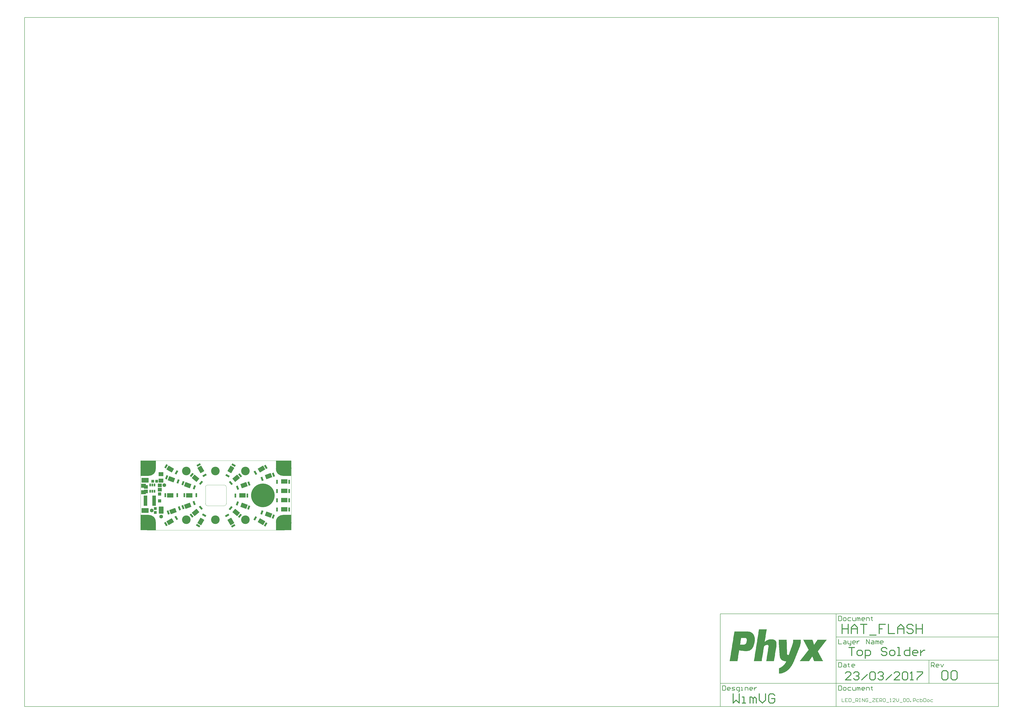
<source format=gts>
G04 Layer_Color=8388736*
%FSLAX25Y25*%
%MOIN*%
G70*
G01*
G75*
%ADD11C,0.01575*%
%ADD12C,0.00787*%
%ADD50C,0.00394*%
%ADD51C,0.00984*%
%ADD56R,0.25984X0.13780*%
%ADD57R,0.13780X0.25984*%
%ADD58R,0.04737X0.05131*%
%ADD59R,0.07887X0.07099*%
%ADD60R,0.05603X0.05721*%
%ADD61R,0.06312X0.17335*%
G04:AMPARAMS|DCode=62|XSize=120.47mil|YSize=81.1mil|CornerRadius=5.12mil|HoleSize=0mil|Usage=FLASHONLY|Rotation=0.000|XOffset=0mil|YOffset=0mil|HoleType=Round|Shape=RoundedRectangle|*
%AMROUNDEDRECTD62*
21,1,0.12047,0.07087,0,0,0.0*
21,1,0.11024,0.08110,0,0,0.0*
1,1,0.01024,0.05512,-0.03543*
1,1,0.01024,-0.05512,-0.03543*
1,1,0.01024,-0.05512,0.03543*
1,1,0.01024,0.05512,0.03543*
%
%ADD62ROUNDEDRECTD62*%
%ADD63R,0.06706X0.05918*%
%ADD64R,0.03162X0.04737*%
G04:AMPARAMS|DCode=65|XSize=120.47mil|YSize=81.1mil|CornerRadius=5.12mil|HoleSize=0mil|Usage=FLASHONLY|Rotation=270.000|XOffset=0mil|YOffset=0mil|HoleType=Round|Shape=RoundedRectangle|*
%AMROUNDEDRECTD65*
21,1,0.12047,0.07087,0,0,270.0*
21,1,0.11024,0.08110,0,0,270.0*
1,1,0.01024,-0.03543,-0.05512*
1,1,0.01024,-0.03543,0.05512*
1,1,0.01024,0.03543,0.05512*
1,1,0.01024,0.03543,-0.05512*
%
%ADD65ROUNDEDRECTD65*%
G04:AMPARAMS|DCode=66|XSize=31.62mil|YSize=67.06mil|CornerRadius=0mil|HoleSize=0mil|Usage=FLASHONLY|Rotation=120.000|XOffset=0mil|YOffset=0mil|HoleType=Round|Shape=Rectangle|*
%AMROTATEDRECTD66*
4,1,4,0.03694,0.00307,-0.02113,-0.03046,-0.03694,-0.00307,0.02113,0.03046,0.03694,0.00307,0.0*
%
%ADD66ROTATEDRECTD66*%

G04:AMPARAMS|DCode=67|XSize=106.42mil|YSize=74.93mil|CornerRadius=0mil|HoleSize=0mil|Usage=FLASHONLY|Rotation=120.000|XOffset=0mil|YOffset=0mil|HoleType=Round|Shape=Rectangle|*
%AMROTATEDRECTD67*
4,1,4,0.05905,-0.02735,-0.00584,-0.06482,-0.05905,0.02735,0.00584,0.06482,0.05905,-0.02735,0.0*
%
%ADD67ROTATEDRECTD67*%

G04:AMPARAMS|DCode=68|XSize=31.62mil|YSize=67.06mil|CornerRadius=0mil|HoleSize=0mil|Usage=FLASHONLY|Rotation=40.000|XOffset=0mil|YOffset=0mil|HoleType=Round|Shape=Rectangle|*
%AMROTATEDRECTD68*
4,1,4,0.00944,-0.03585,-0.03366,0.01552,-0.00944,0.03585,0.03366,-0.01552,0.00944,-0.03585,0.0*
%
%ADD68ROTATEDRECTD68*%

G04:AMPARAMS|DCode=69|XSize=106.42mil|YSize=74.93mil|CornerRadius=0mil|HoleSize=0mil|Usage=FLASHONLY|Rotation=40.000|XOffset=0mil|YOffset=0mil|HoleType=Round|Shape=Rectangle|*
%AMROTATEDRECTD69*
4,1,4,-0.01668,-0.06290,-0.06484,-0.00550,0.01668,0.06290,0.06484,0.00550,-0.01668,-0.06290,0.0*
%
%ADD69ROTATEDRECTD69*%

G04:AMPARAMS|DCode=70|XSize=31.62mil|YSize=67.06mil|CornerRadius=0mil|HoleSize=0mil|Usage=FLASHONLY|Rotation=60.000|XOffset=0mil|YOffset=0mil|HoleType=Round|Shape=Rectangle|*
%AMROTATEDRECTD70*
4,1,4,0.02113,-0.03046,-0.03694,0.00307,-0.02113,0.03046,0.03694,-0.00307,0.02113,-0.03046,0.0*
%
%ADD70ROTATEDRECTD70*%

G04:AMPARAMS|DCode=71|XSize=106.42mil|YSize=74.93mil|CornerRadius=0mil|HoleSize=0mil|Usage=FLASHONLY|Rotation=60.000|XOffset=0mil|YOffset=0mil|HoleType=Round|Shape=Rectangle|*
%AMROTATEDRECTD71*
4,1,4,0.00584,-0.06482,-0.05905,-0.02735,-0.00584,0.06482,0.05905,0.02735,0.00584,-0.06482,0.0*
%
%ADD71ROTATEDRECTD71*%

%ADD72R,0.05131X0.04737*%
%ADD73R,0.03162X0.06706*%
%ADD74R,0.10642X0.07493*%
G04:AMPARAMS|DCode=75|XSize=31.62mil|YSize=67.06mil|CornerRadius=0mil|HoleSize=0mil|Usage=FLASHONLY|Rotation=150.000|XOffset=0mil|YOffset=0mil|HoleType=Round|Shape=Rectangle|*
%AMROTATEDRECTD75*
4,1,4,0.03046,0.02113,-0.00307,-0.03694,-0.03046,-0.02113,0.00307,0.03694,0.03046,0.02113,0.0*
%
%ADD75ROTATEDRECTD75*%

G04:AMPARAMS|DCode=76|XSize=106.42mil|YSize=74.93mil|CornerRadius=0mil|HoleSize=0mil|Usage=FLASHONLY|Rotation=150.000|XOffset=0mil|YOffset=0mil|HoleType=Round|Shape=Rectangle|*
%AMROTATEDRECTD76*
4,1,4,0.06482,0.00584,0.02735,-0.05905,-0.06482,-0.00584,-0.02735,0.05905,0.06482,0.00584,0.0*
%
%ADD76ROTATEDRECTD76*%

G04:AMPARAMS|DCode=77|XSize=31.62mil|YSize=67.06mil|CornerRadius=0mil|HoleSize=0mil|Usage=FLASHONLY|Rotation=30.000|XOffset=0mil|YOffset=0mil|HoleType=Round|Shape=Rectangle|*
%AMROTATEDRECTD77*
4,1,4,0.00307,-0.03694,-0.03046,0.02113,-0.00307,0.03694,0.03046,-0.02113,0.00307,-0.03694,0.0*
%
%ADD77ROTATEDRECTD77*%

G04:AMPARAMS|DCode=78|XSize=106.42mil|YSize=74.93mil|CornerRadius=0mil|HoleSize=0mil|Usage=FLASHONLY|Rotation=30.000|XOffset=0mil|YOffset=0mil|HoleType=Round|Shape=Rectangle|*
%AMROTATEDRECTD78*
4,1,4,-0.02735,-0.05905,-0.06482,0.00584,0.02735,0.05905,0.06482,-0.00584,-0.02735,-0.05905,0.0*
%
%ADD78ROTATEDRECTD78*%

G04:AMPARAMS|DCode=79|XSize=31.62mil|YSize=67.06mil|CornerRadius=0mil|HoleSize=0mil|Usage=FLASHONLY|Rotation=140.000|XOffset=0mil|YOffset=0mil|HoleType=Round|Shape=Rectangle|*
%AMROTATEDRECTD79*
4,1,4,0.03366,0.01552,-0.00944,-0.03585,-0.03366,-0.01552,0.00944,0.03585,0.03366,0.01552,0.0*
%
%ADD79ROTATEDRECTD79*%

G04:AMPARAMS|DCode=80|XSize=106.42mil|YSize=74.93mil|CornerRadius=0mil|HoleSize=0mil|Usage=FLASHONLY|Rotation=140.000|XOffset=0mil|YOffset=0mil|HoleType=Round|Shape=Rectangle|*
%AMROTATEDRECTD80*
4,1,4,0.06484,-0.00550,0.01668,-0.06290,-0.06484,0.00550,-0.01668,0.06290,0.06484,-0.00550,0.0*
%
%ADD80ROTATEDRECTD80*%

G04:AMPARAMS|DCode=81|XSize=31.62mil|YSize=67.06mil|CornerRadius=0mil|HoleSize=0mil|Usage=FLASHONLY|Rotation=160.000|XOffset=0mil|YOffset=0mil|HoleType=Round|Shape=Rectangle|*
%AMROTATEDRECTD81*
4,1,4,0.02632,0.02610,0.00339,-0.03691,-0.02632,-0.02610,-0.00339,0.03691,0.02632,0.02610,0.0*
%
%ADD81ROTATEDRECTD81*%

G04:AMPARAMS|DCode=82|XSize=106.42mil|YSize=74.93mil|CornerRadius=0mil|HoleSize=0mil|Usage=FLASHONLY|Rotation=160.000|XOffset=0mil|YOffset=0mil|HoleType=Round|Shape=Rectangle|*
%AMROTATEDRECTD82*
4,1,4,0.06282,0.01700,0.03719,-0.05341,-0.06282,-0.01700,-0.03719,0.05341,0.06282,0.01700,0.0*
%
%ADD82ROTATEDRECTD82*%

G04:AMPARAMS|DCode=83|XSize=31.62mil|YSize=67.06mil|CornerRadius=0mil|HoleSize=0mil|Usage=FLASHONLY|Rotation=20.000|XOffset=0mil|YOffset=0mil|HoleType=Round|Shape=Rectangle|*
%AMROTATEDRECTD83*
4,1,4,-0.00339,-0.03691,-0.02632,0.02610,0.00339,0.03691,0.02632,-0.02610,-0.00339,-0.03691,0.0*
%
%ADD83ROTATEDRECTD83*%

G04:AMPARAMS|DCode=84|XSize=106.42mil|YSize=74.93mil|CornerRadius=0mil|HoleSize=0mil|Usage=FLASHONLY|Rotation=20.000|XOffset=0mil|YOffset=0mil|HoleType=Round|Shape=Rectangle|*
%AMROTATEDRECTD84*
4,1,4,-0.03719,-0.05341,-0.06282,0.01700,0.03719,0.05341,0.06282,-0.01700,-0.03719,-0.05341,0.0*
%
%ADD84ROTATEDRECTD84*%

G04:AMPARAMS|DCode=85|XSize=31.62mil|YSize=67.06mil|CornerRadius=0mil|HoleSize=0mil|Usage=FLASHONLY|Rotation=160.000|XOffset=0mil|YOffset=0mil|HoleType=Round|Shape=Rectangle|*
%AMROTATEDRECTD85*
4,1,4,0.02632,0.02610,0.00339,-0.03691,-0.02632,-0.02610,-0.00339,0.03691,0.02632,0.02610,0.0*
%
%ADD85ROTATEDRECTD85*%

G04:AMPARAMS|DCode=86|XSize=106.42mil|YSize=74.93mil|CornerRadius=0mil|HoleSize=0mil|Usage=FLASHONLY|Rotation=160.000|XOffset=0mil|YOffset=0mil|HoleType=Round|Shape=Rectangle|*
%AMROTATEDRECTD86*
4,1,4,0.06282,0.01700,0.03719,-0.05341,-0.06282,-0.01700,-0.03719,0.05341,0.06282,0.01700,0.0*
%
%ADD86ROTATEDRECTD86*%

%ADD87R,0.03162X0.06706*%
%ADD88R,0.10642X0.07493*%
%ADD89R,0.03162X0.06706*%
%ADD90R,0.10642X0.07493*%
%ADD91R,0.03162X0.06706*%
%ADD92R,0.10642X0.07493*%
%ADD93C,0.06312*%
%ADD94C,0.24410*%
%ADD95C,0.14567*%
%ADD96C,0.40170*%
G36*
X993127Y-245134D02*
Y-245421D01*
Y-245707D01*
Y-245993D01*
Y-246280D01*
Y-246566D01*
Y-246852D01*
Y-247139D01*
Y-247425D01*
Y-247711D01*
Y-247997D01*
Y-248284D01*
Y-248570D01*
Y-248856D01*
Y-249143D01*
Y-249429D01*
Y-249715D01*
Y-250002D01*
Y-250288D01*
Y-250574D01*
Y-250861D01*
X992840D01*
Y-251147D01*
Y-251433D01*
Y-251719D01*
Y-252006D01*
Y-252292D01*
X992554D01*
Y-252578D01*
Y-252865D01*
Y-253151D01*
Y-253437D01*
X992268D01*
Y-253724D01*
Y-254010D01*
Y-254296D01*
Y-254583D01*
X991982D01*
Y-254869D01*
Y-255155D01*
Y-255442D01*
X991695D01*
Y-255728D01*
Y-256014D01*
Y-256300D01*
X991409D01*
Y-256587D01*
Y-256873D01*
Y-257159D01*
X991123D01*
Y-257446D01*
Y-257732D01*
Y-258018D01*
X990836D01*
Y-258305D01*
Y-258591D01*
X990550D01*
Y-258877D01*
Y-259164D01*
X990264D01*
Y-259450D01*
Y-259736D01*
Y-260023D01*
X989977D01*
Y-260309D01*
Y-260595D01*
X989691D01*
Y-260881D01*
Y-261168D01*
Y-261454D01*
X989405D01*
Y-261740D01*
Y-262027D01*
X989118D01*
Y-262313D01*
Y-262599D01*
Y-262886D01*
X988832D01*
Y-263172D01*
Y-263458D01*
X988546D01*
Y-263745D01*
Y-264031D01*
Y-264317D01*
X988260D01*
Y-264604D01*
Y-264890D01*
X987973D01*
Y-265176D01*
Y-265462D01*
Y-265749D01*
X987687D01*
Y-266035D01*
Y-266321D01*
X987401D01*
Y-266608D01*
Y-266894D01*
Y-267180D01*
X987114D01*
Y-267467D01*
Y-267753D01*
X986828D01*
Y-268039D01*
Y-268326D01*
Y-268612D01*
X986542D01*
Y-268898D01*
Y-269185D01*
X986255D01*
Y-269471D01*
Y-269757D01*
Y-270044D01*
X985969D01*
Y-270330D01*
Y-270616D01*
X985683D01*
Y-270902D01*
Y-271189D01*
Y-271475D01*
X985396D01*
Y-271761D01*
Y-272048D01*
X985110D01*
Y-272334D01*
Y-272620D01*
Y-272907D01*
X984824D01*
Y-273193D01*
Y-273479D01*
X984537D01*
Y-273766D01*
Y-274052D01*
Y-274338D01*
X984251D01*
Y-274624D01*
Y-274911D01*
X983965D01*
Y-275197D01*
Y-275483D01*
Y-275770D01*
X983679D01*
Y-276056D01*
Y-276342D01*
X983392D01*
Y-276629D01*
Y-276915D01*
Y-277201D01*
X983106D01*
Y-277488D01*
Y-277774D01*
X982820D01*
Y-278060D01*
Y-278347D01*
Y-278633D01*
X982533D01*
Y-278919D01*
Y-279206D01*
X982247D01*
Y-279492D01*
Y-279778D01*
Y-280065D01*
X981961D01*
Y-280351D01*
Y-280637D01*
X981674D01*
Y-280923D01*
Y-281210D01*
Y-281496D01*
X981388D01*
Y-281782D01*
Y-282069D01*
X981102D01*
Y-282355D01*
Y-282641D01*
X980815D01*
Y-282928D01*
Y-283214D01*
X980529D01*
Y-283500D01*
Y-283787D01*
Y-284073D01*
X980243D01*
Y-284359D01*
X979957D01*
Y-284646D01*
Y-284932D01*
Y-285218D01*
X979670D01*
Y-285504D01*
X979384D01*
Y-285791D01*
Y-286077D01*
X979097D01*
Y-286363D01*
Y-286650D01*
X978811D01*
Y-286936D01*
Y-287222D01*
X978525D01*
Y-287509D01*
Y-287795D01*
X978239D01*
Y-288081D01*
X977952D01*
Y-288368D01*
Y-288654D01*
X977666D01*
Y-288940D01*
Y-289227D01*
X977380D01*
Y-289513D01*
X977093D01*
Y-289799D01*
X976807D01*
Y-290085D01*
Y-290372D01*
X976521D01*
Y-290658D01*
X976234D01*
Y-290944D01*
Y-291231D01*
X975948D01*
Y-291517D01*
X975662D01*
Y-291803D01*
X975375D01*
Y-292090D01*
Y-292376D01*
X975089D01*
Y-292662D01*
X974803D01*
Y-292949D01*
X974516D01*
Y-293235D01*
X974230D01*
Y-293521D01*
X973944D01*
Y-293808D01*
Y-294094D01*
X973658D01*
Y-294380D01*
X973371D01*
Y-294666D01*
X973085D01*
Y-294953D01*
X972799D01*
Y-295239D01*
X972512D01*
Y-295525D01*
X972226D01*
Y-295812D01*
X971940D01*
Y-296098D01*
X971367D01*
Y-296384D01*
X971081D01*
Y-296671D01*
X970794D01*
Y-296957D01*
X970508D01*
Y-297243D01*
X970222D01*
Y-297530D01*
X969649D01*
Y-297816D01*
X969363D01*
Y-298102D01*
X968790D01*
Y-298389D01*
X968504D01*
Y-298675D01*
X967931D01*
Y-298961D01*
X967645D01*
Y-299248D01*
X967072D01*
Y-299534D01*
X966500D01*
Y-299820D01*
X965927D01*
Y-300106D01*
X965355D01*
Y-300393D01*
X964782D01*
Y-300679D01*
X963923D01*
Y-300965D01*
X963350D01*
Y-301252D01*
X962491D01*
Y-301538D01*
X961346D01*
Y-301824D01*
X960201D01*
Y-302111D01*
X958483D01*
Y-302397D01*
X956479D01*
Y-302683D01*
X956192D01*
Y-302397D01*
Y-302111D01*
Y-301824D01*
Y-301538D01*
Y-301252D01*
Y-300965D01*
Y-300679D01*
Y-300393D01*
Y-300106D01*
Y-299820D01*
Y-299534D01*
Y-299248D01*
Y-298961D01*
Y-298675D01*
Y-298389D01*
Y-298102D01*
Y-297816D01*
Y-297530D01*
Y-297243D01*
Y-296957D01*
Y-296671D01*
Y-296384D01*
Y-296098D01*
Y-295812D01*
Y-295525D01*
Y-295239D01*
Y-294953D01*
Y-294666D01*
Y-294380D01*
Y-294094D01*
Y-293808D01*
Y-293521D01*
Y-293235D01*
X956765D01*
Y-292949D01*
X957338D01*
Y-292662D01*
X957910D01*
Y-292376D01*
X958483D01*
Y-292090D01*
X959056D01*
Y-291803D01*
X959628D01*
Y-291517D01*
X959915D01*
Y-291231D01*
X960487D01*
Y-290944D01*
X960773D01*
Y-290658D01*
X961346D01*
Y-290372D01*
X961632D01*
Y-290085D01*
X961919D01*
Y-289799D01*
X962491D01*
Y-289513D01*
X962778D01*
Y-289227D01*
X963064D01*
Y-288940D01*
X963350D01*
Y-288654D01*
X963637D01*
Y-288368D01*
X963923D01*
Y-288081D01*
X964209D01*
Y-287795D01*
X964496D01*
Y-287509D01*
X964782D01*
Y-287222D01*
X965068D01*
Y-286936D01*
X965355D01*
Y-286650D01*
X965641D01*
Y-286363D01*
Y-286077D01*
X965927D01*
Y-285791D01*
X966213D01*
Y-285504D01*
X966500D01*
Y-285218D01*
Y-284932D01*
X966786D01*
Y-284646D01*
X967072D01*
Y-284359D01*
Y-284073D01*
X967359D01*
Y-283787D01*
Y-283500D01*
X967645D01*
Y-283214D01*
X967931D01*
Y-282928D01*
Y-282641D01*
X968218D01*
Y-282355D01*
Y-282069D01*
X968504D01*
Y-281782D01*
Y-281496D01*
X966786D01*
Y-281210D01*
X964782D01*
Y-280923D01*
X963637D01*
Y-280637D01*
X963064D01*
Y-280351D01*
X962205D01*
Y-280065D01*
X961632D01*
Y-279778D01*
X961346D01*
Y-279492D01*
X960773D01*
Y-279206D01*
X960487D01*
Y-278919D01*
X960201D01*
Y-278633D01*
X959915D01*
Y-278347D01*
X959628D01*
Y-278060D01*
X959342D01*
Y-277774D01*
Y-277488D01*
X959056D01*
Y-277201D01*
X958769D01*
Y-276915D01*
Y-276629D01*
X958483D01*
Y-276342D01*
Y-276056D01*
X958197D01*
Y-275770D01*
Y-275483D01*
X957910D01*
Y-275197D01*
Y-274911D01*
Y-274624D01*
X957624D01*
Y-274338D01*
Y-274052D01*
Y-273766D01*
Y-273479D01*
X957338D01*
Y-273193D01*
Y-272907D01*
Y-272620D01*
Y-272334D01*
Y-272048D01*
Y-271761D01*
Y-271475D01*
X957051D01*
Y-271189D01*
Y-270902D01*
Y-270616D01*
Y-270330D01*
Y-270044D01*
Y-269757D01*
Y-269471D01*
Y-269185D01*
Y-268898D01*
Y-268612D01*
Y-268326D01*
Y-268039D01*
Y-267753D01*
Y-267467D01*
Y-267180D01*
X956765D01*
Y-266894D01*
Y-266608D01*
Y-266321D01*
Y-266035D01*
Y-265749D01*
Y-265462D01*
Y-265176D01*
Y-264890D01*
Y-264604D01*
Y-264317D01*
Y-264031D01*
Y-263745D01*
Y-263458D01*
Y-263172D01*
Y-262886D01*
X956479D01*
Y-262599D01*
Y-262313D01*
Y-262027D01*
Y-261740D01*
Y-261454D01*
Y-261168D01*
Y-260881D01*
Y-260595D01*
Y-260309D01*
Y-260023D01*
Y-259736D01*
Y-259450D01*
Y-259164D01*
Y-258877D01*
Y-258591D01*
Y-258305D01*
X956192D01*
Y-258018D01*
Y-257732D01*
Y-257446D01*
Y-257159D01*
Y-256873D01*
Y-256587D01*
Y-256300D01*
Y-256014D01*
Y-255728D01*
Y-255442D01*
Y-255155D01*
Y-254869D01*
Y-254583D01*
Y-254296D01*
Y-254010D01*
Y-253724D01*
X955906D01*
Y-253437D01*
Y-253151D01*
Y-252865D01*
Y-252578D01*
Y-252292D01*
Y-252006D01*
Y-251719D01*
Y-251433D01*
Y-251147D01*
Y-250861D01*
Y-250574D01*
Y-250288D01*
Y-250002D01*
Y-249715D01*
X955620D01*
Y-249429D01*
Y-249143D01*
Y-248856D01*
Y-248570D01*
Y-248284D01*
Y-247997D01*
Y-247711D01*
Y-247425D01*
Y-247139D01*
Y-246852D01*
Y-246566D01*
Y-246280D01*
Y-245993D01*
Y-245707D01*
Y-245421D01*
Y-245134D01*
X955334D01*
Y-244848D01*
X969077D01*
Y-245134D01*
Y-245421D01*
Y-245707D01*
Y-245993D01*
Y-246280D01*
Y-246566D01*
Y-246852D01*
Y-247139D01*
Y-247425D01*
Y-247711D01*
Y-247997D01*
Y-248284D01*
Y-248570D01*
Y-248856D01*
X969363D01*
Y-249143D01*
Y-249429D01*
Y-249715D01*
Y-250002D01*
Y-250288D01*
Y-250574D01*
Y-250861D01*
Y-251147D01*
Y-251433D01*
Y-251719D01*
Y-252006D01*
Y-252292D01*
Y-252578D01*
Y-252865D01*
Y-253151D01*
Y-253437D01*
Y-253724D01*
Y-254010D01*
Y-254296D01*
Y-254583D01*
Y-254869D01*
Y-255155D01*
Y-255442D01*
Y-255728D01*
Y-256014D01*
Y-256300D01*
Y-256587D01*
Y-256873D01*
Y-257159D01*
Y-257446D01*
Y-257732D01*
Y-258018D01*
Y-258305D01*
Y-258591D01*
Y-258877D01*
Y-259164D01*
Y-259450D01*
Y-259736D01*
Y-260023D01*
Y-260309D01*
Y-260595D01*
X969649D01*
Y-260881D01*
X969363D01*
Y-261168D01*
Y-261454D01*
X969649D01*
Y-261740D01*
Y-262027D01*
Y-262313D01*
Y-262599D01*
Y-262886D01*
Y-263172D01*
Y-263458D01*
Y-263745D01*
Y-264031D01*
Y-264317D01*
Y-264604D01*
Y-264890D01*
Y-265176D01*
Y-265462D01*
Y-265749D01*
Y-266035D01*
Y-266321D01*
Y-266608D01*
Y-266894D01*
Y-267180D01*
Y-267467D01*
Y-267753D01*
Y-268039D01*
Y-268326D01*
Y-268612D01*
Y-268898D01*
X969936D01*
Y-269185D01*
Y-269471D01*
Y-269757D01*
X970222D01*
Y-270044D01*
X970508D01*
Y-270330D01*
X970794D01*
Y-270616D01*
X971653D01*
Y-270902D01*
X972512D01*
Y-270616D01*
X972799D01*
Y-270330D01*
Y-270044D01*
Y-269757D01*
X973085D01*
Y-269471D01*
Y-269185D01*
X973371D01*
Y-268898D01*
Y-268612D01*
Y-268326D01*
X973658D01*
Y-268039D01*
Y-267753D01*
Y-267467D01*
X973944D01*
Y-267180D01*
Y-266894D01*
Y-266608D01*
X974230D01*
Y-266321D01*
Y-266035D01*
Y-265749D01*
X974516D01*
Y-265462D01*
Y-265176D01*
X974803D01*
Y-264890D01*
Y-264604D01*
Y-264317D01*
X975089D01*
Y-264031D01*
Y-263745D01*
Y-263458D01*
X975375D01*
Y-263172D01*
Y-262886D01*
Y-262599D01*
X975662D01*
Y-262313D01*
Y-262027D01*
X975948D01*
Y-261740D01*
Y-261454D01*
Y-261168D01*
X976234D01*
Y-260881D01*
Y-260595D01*
Y-260309D01*
X976521D01*
Y-260023D01*
Y-259736D01*
Y-259450D01*
X976807D01*
Y-259164D01*
Y-258877D01*
X977093D01*
Y-258591D01*
Y-258305D01*
Y-258018D01*
X977380D01*
Y-257732D01*
Y-257446D01*
Y-257159D01*
X977666D01*
Y-256873D01*
Y-256587D01*
Y-256300D01*
X977952D01*
Y-256014D01*
Y-255728D01*
X978239D01*
Y-255442D01*
Y-255155D01*
Y-254869D01*
X978525D01*
Y-254583D01*
Y-254296D01*
Y-254010D01*
X978811D01*
Y-253724D01*
Y-253437D01*
Y-253151D01*
X979097D01*
Y-252865D01*
Y-252578D01*
Y-252292D01*
Y-252006D01*
X979384D01*
Y-251719D01*
Y-251433D01*
Y-251147D01*
Y-250861D01*
X979670D01*
Y-250574D01*
Y-250288D01*
Y-250002D01*
Y-249715D01*
Y-249429D01*
X979957D01*
Y-249143D01*
Y-248856D01*
Y-248570D01*
Y-248284D01*
Y-247997D01*
Y-247711D01*
X980243D01*
Y-247425D01*
Y-247139D01*
Y-246852D01*
Y-246566D01*
Y-246280D01*
Y-245993D01*
Y-245707D01*
Y-245421D01*
Y-245134D01*
Y-244848D01*
X993127D01*
Y-245134D01*
D02*
G37*
G36*
X935292Y-227669D02*
Y-227956D01*
X935005D01*
Y-228242D01*
Y-228528D01*
Y-228815D01*
Y-229101D01*
Y-229387D01*
Y-229673D01*
X934719D01*
Y-229960D01*
Y-230246D01*
Y-230532D01*
Y-230819D01*
Y-231105D01*
Y-231391D01*
X934433D01*
Y-231678D01*
Y-231964D01*
Y-232250D01*
Y-232537D01*
Y-232823D01*
Y-233109D01*
Y-233396D01*
X934146D01*
Y-233682D01*
Y-233968D01*
Y-234254D01*
Y-234541D01*
Y-234827D01*
Y-235113D01*
X933860D01*
Y-235400D01*
Y-235686D01*
Y-235972D01*
Y-236259D01*
Y-236545D01*
Y-236831D01*
X933574D01*
Y-237118D01*
Y-237404D01*
Y-237690D01*
Y-237977D01*
Y-238263D01*
Y-238549D01*
Y-238835D01*
X933288D01*
Y-239122D01*
Y-239408D01*
Y-239694D01*
Y-239981D01*
Y-240267D01*
Y-240553D01*
X933001D01*
Y-240840D01*
Y-241126D01*
Y-241412D01*
Y-241699D01*
Y-241985D01*
Y-242271D01*
X932715D01*
Y-242558D01*
Y-242844D01*
Y-243130D01*
Y-243416D01*
Y-243703D01*
Y-243989D01*
X932428D01*
Y-244275D01*
Y-244562D01*
Y-244848D01*
Y-245134D01*
Y-245421D01*
Y-245707D01*
Y-245993D01*
X932142D01*
Y-246280D01*
Y-246566D01*
Y-246852D01*
Y-247139D01*
Y-247425D01*
Y-247711D01*
X931856D01*
Y-247997D01*
Y-248284D01*
X932428D01*
Y-247997D01*
X932715D01*
Y-247711D01*
X933001D01*
Y-247425D01*
X933574D01*
Y-247139D01*
X933860D01*
Y-246852D01*
X934146D01*
Y-246566D01*
X934719D01*
Y-246280D01*
X935292D01*
Y-245993D01*
X935578D01*
Y-245707D01*
X936151D01*
Y-245421D01*
X937010D01*
Y-245134D01*
X937582D01*
Y-244848D01*
X938441D01*
Y-244562D01*
X939873D01*
Y-244275D01*
X946171D01*
Y-244562D01*
X947317D01*
Y-244848D01*
X948176D01*
Y-245134D01*
X948748D01*
Y-245421D01*
X949035D01*
Y-245707D01*
X949607D01*
Y-245993D01*
X949894D01*
Y-246280D01*
X950180D01*
Y-246566D01*
X950466D01*
Y-246852D01*
X950753D01*
Y-247139D01*
Y-247425D01*
X951039D01*
Y-247711D01*
Y-247997D01*
X951325D01*
Y-248284D01*
Y-248570D01*
Y-248856D01*
X951612D01*
Y-249143D01*
Y-249429D01*
Y-249715D01*
Y-250002D01*
X951898D01*
Y-250288D01*
Y-250574D01*
Y-250861D01*
Y-251147D01*
Y-251433D01*
Y-251719D01*
Y-252006D01*
Y-252292D01*
Y-252578D01*
Y-252865D01*
Y-253151D01*
Y-253437D01*
Y-253724D01*
Y-254010D01*
Y-254296D01*
Y-254583D01*
Y-254869D01*
Y-255155D01*
X951612D01*
Y-255442D01*
Y-255728D01*
Y-256014D01*
Y-256300D01*
Y-256587D01*
Y-256873D01*
Y-257159D01*
X951325D01*
Y-257446D01*
Y-257732D01*
Y-258018D01*
Y-258305D01*
Y-258591D01*
Y-258877D01*
Y-259164D01*
X951039D01*
Y-259450D01*
Y-259736D01*
Y-260023D01*
Y-260309D01*
Y-260595D01*
Y-260881D01*
X950753D01*
Y-261168D01*
Y-261454D01*
Y-261740D01*
Y-262027D01*
Y-262313D01*
Y-262599D01*
X950466D01*
Y-262886D01*
Y-263172D01*
Y-263458D01*
Y-263745D01*
Y-264031D01*
Y-264317D01*
X950180D01*
Y-264604D01*
Y-264890D01*
Y-265176D01*
Y-265462D01*
Y-265749D01*
Y-266035D01*
Y-266321D01*
X949894D01*
Y-266608D01*
Y-266894D01*
Y-267180D01*
Y-267467D01*
Y-267753D01*
Y-268039D01*
X949607D01*
Y-268326D01*
Y-268612D01*
Y-268898D01*
Y-269185D01*
Y-269471D01*
Y-269757D01*
X949321D01*
Y-270044D01*
Y-270330D01*
Y-270616D01*
Y-270902D01*
Y-271189D01*
Y-271475D01*
Y-271761D01*
X949035D01*
Y-272048D01*
Y-272334D01*
Y-272620D01*
Y-272907D01*
Y-273193D01*
Y-273479D01*
X948748D01*
Y-273766D01*
Y-274052D01*
Y-274338D01*
Y-274624D01*
Y-274911D01*
Y-275197D01*
X948462D01*
Y-275483D01*
Y-275770D01*
Y-276056D01*
Y-276342D01*
Y-276629D01*
Y-276915D01*
X948176D01*
Y-277201D01*
Y-277488D01*
Y-277774D01*
Y-278060D01*
Y-278347D01*
Y-278633D01*
Y-278919D01*
X947889D01*
Y-279206D01*
Y-279492D01*
Y-279778D01*
Y-280065D01*
Y-280351D01*
Y-280637D01*
X947603D01*
Y-280923D01*
Y-281210D01*
X934433D01*
Y-280923D01*
Y-280637D01*
X934719D01*
Y-280351D01*
Y-280065D01*
Y-279778D01*
Y-279492D01*
Y-279206D01*
Y-278919D01*
X935005D01*
Y-278633D01*
Y-278347D01*
Y-278060D01*
Y-277774D01*
Y-277488D01*
Y-277201D01*
Y-276915D01*
X935292D01*
Y-276629D01*
Y-276342D01*
Y-276056D01*
Y-275770D01*
Y-275483D01*
Y-275197D01*
X935578D01*
Y-274911D01*
Y-274624D01*
Y-274338D01*
Y-274052D01*
Y-273766D01*
Y-273479D01*
X935864D01*
Y-273193D01*
Y-272907D01*
Y-272620D01*
Y-272334D01*
Y-272048D01*
Y-271761D01*
Y-271475D01*
X936151D01*
Y-271189D01*
Y-270902D01*
Y-270616D01*
Y-270330D01*
Y-270044D01*
Y-269757D01*
X936437D01*
Y-269471D01*
Y-269185D01*
Y-268898D01*
Y-268612D01*
Y-268326D01*
Y-268039D01*
Y-267753D01*
X936723D01*
Y-267467D01*
Y-267180D01*
Y-266894D01*
Y-266608D01*
Y-266321D01*
Y-266035D01*
X937010D01*
Y-265749D01*
Y-265462D01*
Y-265176D01*
Y-264890D01*
Y-264604D01*
Y-264317D01*
X937296D01*
Y-264031D01*
Y-263745D01*
Y-263458D01*
Y-263172D01*
Y-262886D01*
Y-262599D01*
X937582D01*
Y-262313D01*
Y-262027D01*
Y-261740D01*
Y-261454D01*
Y-261168D01*
Y-260881D01*
Y-260595D01*
X937868D01*
Y-260309D01*
Y-260023D01*
Y-259736D01*
Y-259450D01*
Y-259164D01*
Y-258877D01*
X938155D01*
Y-258591D01*
Y-258305D01*
Y-258018D01*
Y-257732D01*
Y-257446D01*
Y-257159D01*
Y-256873D01*
X938441D01*
Y-256587D01*
Y-256300D01*
Y-256014D01*
Y-255728D01*
Y-255442D01*
Y-255155D01*
X938155D01*
Y-254869D01*
Y-254583D01*
X937868D01*
Y-254296D01*
X937582D01*
Y-254010D01*
X937010D01*
Y-253724D01*
X935292D01*
Y-254010D01*
X933860D01*
Y-254296D01*
X933001D01*
Y-254583D01*
X932428D01*
Y-254869D01*
X932142D01*
Y-255155D01*
X931570D01*
Y-255442D01*
X931283D01*
Y-255728D01*
X930997D01*
Y-256014D01*
Y-256300D01*
X930711D01*
Y-256587D01*
Y-256873D01*
Y-257159D01*
X930424D01*
Y-257446D01*
Y-257732D01*
Y-258018D01*
Y-258305D01*
Y-258591D01*
Y-258877D01*
X930138D01*
Y-259164D01*
Y-259450D01*
Y-259736D01*
Y-260023D01*
Y-260309D01*
Y-260595D01*
Y-260881D01*
X929852D01*
Y-261168D01*
Y-261454D01*
Y-261740D01*
Y-262027D01*
Y-262313D01*
Y-262599D01*
X929565D01*
Y-262886D01*
Y-263172D01*
Y-263458D01*
Y-263745D01*
Y-264031D01*
Y-264317D01*
X929279D01*
Y-264604D01*
Y-264890D01*
Y-265176D01*
Y-265462D01*
Y-265749D01*
Y-266035D01*
X928993D01*
Y-266321D01*
Y-266608D01*
Y-266894D01*
Y-267180D01*
Y-267467D01*
Y-267753D01*
Y-268039D01*
X928706D01*
Y-268326D01*
Y-268612D01*
Y-268898D01*
Y-269185D01*
Y-269471D01*
Y-269757D01*
X928420D01*
Y-270044D01*
Y-270330D01*
Y-270616D01*
Y-270902D01*
Y-271189D01*
Y-271475D01*
X928134D01*
Y-271761D01*
Y-272048D01*
Y-272334D01*
Y-272620D01*
Y-272907D01*
Y-273193D01*
Y-273479D01*
X927847D01*
Y-273766D01*
Y-274052D01*
Y-274338D01*
Y-274624D01*
Y-274911D01*
Y-275197D01*
X927561D01*
Y-275483D01*
Y-275770D01*
Y-276056D01*
Y-276342D01*
Y-276629D01*
Y-276915D01*
X927275D01*
Y-277201D01*
Y-277488D01*
Y-277774D01*
Y-278060D01*
Y-278347D01*
Y-278633D01*
X926989D01*
Y-278919D01*
Y-279206D01*
Y-279492D01*
Y-279778D01*
Y-280065D01*
Y-280351D01*
Y-280637D01*
X926702D01*
Y-280923D01*
Y-281210D01*
X913532D01*
Y-280923D01*
Y-280637D01*
X913818D01*
Y-280351D01*
Y-280065D01*
Y-279778D01*
Y-279492D01*
Y-279206D01*
Y-278919D01*
Y-278633D01*
X914104D01*
Y-278347D01*
Y-278060D01*
Y-277774D01*
Y-277488D01*
Y-277201D01*
Y-276915D01*
X914391D01*
Y-276629D01*
Y-276342D01*
Y-276056D01*
Y-275770D01*
Y-275483D01*
Y-275197D01*
X914677D01*
Y-274911D01*
Y-274624D01*
Y-274338D01*
Y-274052D01*
Y-273766D01*
Y-273479D01*
Y-273193D01*
X914963D01*
Y-272907D01*
Y-272620D01*
Y-272334D01*
Y-272048D01*
Y-271761D01*
Y-271475D01*
X915250D01*
Y-271189D01*
Y-270902D01*
Y-270616D01*
Y-270330D01*
Y-270044D01*
Y-269757D01*
X915536D01*
Y-269471D01*
Y-269185D01*
Y-268898D01*
Y-268612D01*
Y-268326D01*
Y-268039D01*
X915822D01*
Y-267753D01*
Y-267467D01*
Y-267180D01*
Y-266894D01*
Y-266608D01*
Y-266321D01*
Y-266035D01*
X916109D01*
Y-265749D01*
Y-265462D01*
Y-265176D01*
Y-264890D01*
Y-264604D01*
Y-264317D01*
X916395D01*
Y-264031D01*
Y-263745D01*
Y-263458D01*
Y-263172D01*
Y-262886D01*
Y-262599D01*
X916681D01*
Y-262313D01*
Y-262027D01*
Y-261740D01*
Y-261454D01*
Y-261168D01*
Y-260881D01*
Y-260595D01*
X916968D01*
Y-260309D01*
Y-260023D01*
Y-259736D01*
Y-259450D01*
Y-259164D01*
Y-258877D01*
X917254D01*
Y-258591D01*
Y-258305D01*
Y-258018D01*
Y-257732D01*
Y-257446D01*
Y-257159D01*
X917540D01*
Y-256873D01*
Y-256587D01*
Y-256300D01*
Y-256014D01*
Y-255728D01*
Y-255442D01*
X917827D01*
Y-255155D01*
Y-254869D01*
Y-254583D01*
Y-254296D01*
Y-254010D01*
Y-253724D01*
Y-253437D01*
X918113D01*
Y-253151D01*
Y-252865D01*
Y-252578D01*
Y-252292D01*
Y-252006D01*
Y-251719D01*
X918399D01*
Y-251433D01*
Y-251147D01*
Y-250861D01*
Y-250574D01*
Y-250288D01*
Y-250002D01*
X918686D01*
Y-249715D01*
Y-249429D01*
Y-249143D01*
Y-248856D01*
Y-248570D01*
Y-248284D01*
X918972D01*
Y-247997D01*
Y-247711D01*
Y-247425D01*
Y-247139D01*
Y-246852D01*
Y-246566D01*
Y-246280D01*
X919258D01*
Y-245993D01*
Y-245707D01*
Y-245421D01*
Y-245134D01*
Y-244848D01*
Y-244562D01*
X919544D01*
Y-244275D01*
Y-243989D01*
Y-243703D01*
Y-243416D01*
Y-243130D01*
Y-242844D01*
X919831D01*
Y-242558D01*
Y-242271D01*
Y-241985D01*
Y-241699D01*
Y-241412D01*
Y-241126D01*
Y-240840D01*
X920117D01*
Y-240553D01*
Y-240267D01*
Y-239981D01*
Y-239694D01*
Y-239408D01*
Y-239122D01*
X920403D01*
Y-238835D01*
Y-238549D01*
Y-238263D01*
Y-237977D01*
Y-237690D01*
Y-237404D01*
X920690D01*
Y-237118D01*
Y-236831D01*
Y-236545D01*
Y-236259D01*
Y-235972D01*
Y-235686D01*
X920976D01*
Y-235400D01*
Y-235113D01*
Y-234827D01*
Y-234541D01*
Y-234254D01*
Y-233968D01*
Y-233682D01*
X921262D01*
Y-233396D01*
Y-233109D01*
Y-232823D01*
Y-232537D01*
Y-232250D01*
Y-231964D01*
X921549D01*
Y-231678D01*
Y-231391D01*
Y-231105D01*
Y-230819D01*
Y-230532D01*
Y-230246D01*
X921835D01*
Y-229960D01*
Y-229673D01*
Y-229387D01*
Y-229101D01*
Y-228815D01*
Y-228528D01*
Y-228242D01*
X922121D01*
Y-227956D01*
Y-227669D01*
Y-227383D01*
X935292D01*
Y-227669D01*
D02*
G37*
G36*
X904084Y-231105D02*
X905801D01*
Y-231391D01*
X906660D01*
Y-231678D01*
X907519D01*
Y-231964D01*
X908378D01*
Y-232250D01*
X908951D01*
Y-232537D01*
X909237D01*
Y-232823D01*
X909810D01*
Y-233109D01*
X910096D01*
Y-233396D01*
X910669D01*
Y-233682D01*
X910955D01*
Y-233968D01*
X911241D01*
Y-234254D01*
X911528D01*
Y-234541D01*
X911814D01*
Y-234827D01*
X912100D01*
Y-235113D01*
X912387D01*
Y-235400D01*
Y-235686D01*
X912673D01*
Y-235972D01*
X912959D01*
Y-236259D01*
Y-236545D01*
X913246D01*
Y-236831D01*
X913532D01*
Y-237118D01*
Y-237404D01*
X913818D01*
Y-237690D01*
Y-237977D01*
Y-238263D01*
X914104D01*
Y-238549D01*
Y-238835D01*
Y-239122D01*
X914391D01*
Y-239408D01*
Y-239694D01*
Y-239981D01*
Y-240267D01*
X914677D01*
Y-240553D01*
Y-240840D01*
Y-241126D01*
Y-241412D01*
Y-241699D01*
X914963D01*
Y-241985D01*
Y-242271D01*
Y-242558D01*
Y-242844D01*
Y-243130D01*
Y-243416D01*
Y-243703D01*
Y-243989D01*
Y-244275D01*
Y-244562D01*
Y-244848D01*
Y-245134D01*
Y-245421D01*
Y-245707D01*
Y-245993D01*
Y-246280D01*
Y-246566D01*
Y-246852D01*
Y-247139D01*
Y-247425D01*
X914677D01*
Y-247711D01*
Y-247997D01*
Y-248284D01*
Y-248570D01*
Y-248856D01*
Y-249143D01*
Y-249429D01*
X914391D01*
Y-249715D01*
Y-250002D01*
Y-250288D01*
Y-250574D01*
Y-250861D01*
X914104D01*
Y-251147D01*
Y-251433D01*
Y-251719D01*
Y-252006D01*
Y-252292D01*
X913818D01*
Y-252578D01*
Y-252865D01*
Y-253151D01*
X913532D01*
Y-253437D01*
Y-253724D01*
Y-254010D01*
Y-254296D01*
X913246D01*
Y-254583D01*
Y-254869D01*
Y-255155D01*
X912959D01*
Y-255442D01*
Y-255728D01*
X912673D01*
Y-256014D01*
Y-256300D01*
Y-256587D01*
X912387D01*
Y-256873D01*
Y-257159D01*
X912100D01*
Y-257446D01*
Y-257732D01*
X911814D01*
Y-258018D01*
Y-258305D01*
X911528D01*
Y-258591D01*
X911241D01*
Y-258877D01*
Y-259164D01*
X910955D01*
Y-259450D01*
X910669D01*
Y-259736D01*
X910382D01*
Y-260023D01*
Y-260309D01*
X910096D01*
Y-260595D01*
X909810D01*
Y-260881D01*
X909523D01*
Y-261168D01*
X909237D01*
Y-261454D01*
X908951D01*
Y-261740D01*
X908378D01*
Y-262027D01*
X908092D01*
Y-262313D01*
X907519D01*
Y-262599D01*
X907233D01*
Y-262886D01*
X906660D01*
Y-263172D01*
X905801D01*
Y-263458D01*
X904943D01*
Y-263745D01*
X904084D01*
Y-264031D01*
X902366D01*
Y-264317D01*
X897212D01*
Y-264031D01*
X894635D01*
Y-263745D01*
X892631D01*
Y-263458D01*
X891199D01*
Y-263172D01*
X889768D01*
Y-262886D01*
X888336D01*
Y-263172D01*
Y-263458D01*
Y-263745D01*
Y-264031D01*
Y-264317D01*
Y-264604D01*
Y-264890D01*
X888050D01*
Y-265176D01*
Y-265462D01*
Y-265749D01*
Y-266035D01*
Y-266321D01*
Y-266608D01*
X887764D01*
Y-266894D01*
Y-267180D01*
Y-267467D01*
Y-267753D01*
Y-268039D01*
Y-268326D01*
X887477D01*
Y-268612D01*
Y-268898D01*
Y-269185D01*
Y-269471D01*
Y-269757D01*
Y-270044D01*
Y-270330D01*
X887191D01*
Y-270616D01*
Y-270902D01*
Y-271189D01*
Y-271475D01*
Y-271761D01*
Y-272048D01*
X886905D01*
Y-272334D01*
Y-272620D01*
Y-272907D01*
Y-273193D01*
Y-273479D01*
Y-273766D01*
X886619D01*
Y-274052D01*
Y-274338D01*
Y-274624D01*
Y-274911D01*
Y-275197D01*
Y-275483D01*
Y-275770D01*
X886332D01*
Y-276056D01*
Y-276342D01*
Y-276629D01*
Y-276915D01*
Y-277201D01*
Y-277488D01*
X886046D01*
Y-277774D01*
Y-278060D01*
Y-278347D01*
Y-278633D01*
Y-278919D01*
Y-279206D01*
X885760D01*
Y-279492D01*
Y-279778D01*
Y-280065D01*
Y-280351D01*
Y-280637D01*
Y-280923D01*
Y-281210D01*
X872303D01*
Y-280923D01*
X872589D01*
Y-280637D01*
Y-280351D01*
Y-280065D01*
Y-279778D01*
Y-279492D01*
X872875D01*
Y-279206D01*
Y-278919D01*
Y-278633D01*
Y-278347D01*
Y-278060D01*
Y-277774D01*
Y-277488D01*
X873162D01*
Y-277201D01*
Y-276915D01*
Y-276629D01*
Y-276342D01*
Y-276056D01*
Y-275770D01*
X873448D01*
Y-275483D01*
Y-275197D01*
Y-274911D01*
Y-274624D01*
Y-274338D01*
Y-274052D01*
X873734D01*
Y-273766D01*
Y-273479D01*
Y-273193D01*
Y-272907D01*
Y-272620D01*
Y-272334D01*
Y-272048D01*
X874021D01*
Y-271761D01*
Y-271475D01*
Y-271189D01*
Y-270902D01*
Y-270616D01*
Y-270330D01*
X874307D01*
Y-270044D01*
Y-269757D01*
Y-269471D01*
Y-269185D01*
Y-268898D01*
Y-268612D01*
X874593D01*
Y-268326D01*
Y-268039D01*
Y-267753D01*
Y-267467D01*
Y-267180D01*
Y-266894D01*
X874880D01*
Y-266608D01*
Y-266321D01*
Y-266035D01*
Y-265749D01*
Y-265462D01*
Y-265176D01*
Y-264890D01*
X875166D01*
Y-264604D01*
Y-264317D01*
Y-264031D01*
Y-263745D01*
Y-263458D01*
Y-263172D01*
X875452D01*
Y-262886D01*
Y-262599D01*
Y-262313D01*
Y-262027D01*
Y-261740D01*
Y-261454D01*
X875739D01*
Y-261168D01*
Y-260881D01*
Y-260595D01*
Y-260309D01*
Y-260023D01*
Y-259736D01*
X876025D01*
Y-259450D01*
Y-259164D01*
Y-258877D01*
Y-258591D01*
Y-258305D01*
Y-258018D01*
Y-257732D01*
X876311D01*
Y-257446D01*
Y-257159D01*
Y-256873D01*
Y-256587D01*
Y-256300D01*
Y-256014D01*
X876597D01*
Y-255728D01*
Y-255442D01*
Y-255155D01*
Y-254869D01*
Y-254583D01*
Y-254296D01*
X876884D01*
Y-254010D01*
Y-253724D01*
Y-253437D01*
Y-253151D01*
Y-252865D01*
Y-252578D01*
Y-252292D01*
X877170D01*
Y-252006D01*
Y-251719D01*
Y-251433D01*
Y-251147D01*
Y-250861D01*
Y-250574D01*
X877456D01*
Y-250288D01*
Y-250002D01*
Y-249715D01*
Y-249429D01*
Y-249143D01*
Y-248856D01*
X877743D01*
Y-248570D01*
Y-248284D01*
Y-247997D01*
Y-247711D01*
Y-247425D01*
Y-247139D01*
X878029D01*
Y-246852D01*
Y-246566D01*
Y-246280D01*
Y-245993D01*
Y-245707D01*
Y-245421D01*
Y-245134D01*
X878315D01*
Y-244848D01*
Y-244562D01*
Y-244275D01*
Y-243989D01*
Y-243703D01*
Y-243416D01*
X878602D01*
Y-243130D01*
Y-242844D01*
Y-242558D01*
Y-242271D01*
Y-241985D01*
Y-241699D01*
X878888D01*
Y-241412D01*
Y-241126D01*
Y-240840D01*
Y-240553D01*
Y-240267D01*
Y-239981D01*
Y-239694D01*
X879174D01*
Y-239408D01*
Y-239122D01*
Y-238835D01*
Y-238549D01*
Y-238263D01*
Y-237977D01*
X879461D01*
Y-237690D01*
Y-237404D01*
Y-237118D01*
Y-236831D01*
Y-236545D01*
Y-236259D01*
X879747D01*
Y-235972D01*
Y-235686D01*
Y-235400D01*
Y-235113D01*
Y-234827D01*
Y-234541D01*
Y-234254D01*
X880033D01*
Y-233968D01*
Y-233682D01*
Y-233396D01*
Y-233109D01*
Y-232823D01*
Y-232537D01*
X880320D01*
Y-232250D01*
Y-231964D01*
Y-231678D01*
Y-231391D01*
Y-231105D01*
Y-230819D01*
X904084D01*
Y-231105D01*
D02*
G37*
G36*
X1037219Y-245134D02*
X1036933D01*
Y-245421D01*
X1036646D01*
Y-245707D01*
Y-245993D01*
X1036360D01*
Y-246280D01*
X1036074D01*
Y-246566D01*
X1035787D01*
Y-246852D01*
Y-247139D01*
X1035501D01*
Y-247425D01*
X1035215D01*
Y-247711D01*
X1034929D01*
Y-247997D01*
X1034642D01*
Y-248284D01*
Y-248570D01*
X1034356D01*
Y-248856D01*
X1034070D01*
Y-249143D01*
X1033783D01*
Y-249429D01*
Y-249715D01*
X1033497D01*
Y-250002D01*
X1033211D01*
Y-250288D01*
X1032924D01*
Y-250574D01*
X1032638D01*
Y-250861D01*
Y-251147D01*
X1032352D01*
Y-251433D01*
X1032065D01*
Y-251719D01*
X1031779D01*
Y-252006D01*
Y-252292D01*
X1031493D01*
Y-252578D01*
X1031207D01*
Y-252865D01*
X1030920D01*
Y-253151D01*
Y-253437D01*
X1030634D01*
Y-253724D01*
X1030348D01*
Y-254010D01*
X1030061D01*
Y-254296D01*
X1029775D01*
Y-254583D01*
Y-254869D01*
X1029489D01*
Y-255155D01*
X1029202D01*
Y-255442D01*
X1028916D01*
Y-255728D01*
Y-256014D01*
X1028630D01*
Y-256300D01*
X1028343D01*
Y-256587D01*
X1028057D01*
Y-256873D01*
Y-257159D01*
X1027771D01*
Y-257446D01*
X1027484D01*
Y-257732D01*
X1027198D01*
Y-258018D01*
X1026912D01*
Y-258305D01*
Y-258591D01*
X1026625D01*
Y-258877D01*
X1026339D01*
Y-259164D01*
X1026053D01*
Y-259450D01*
Y-259736D01*
X1025766D01*
Y-260023D01*
X1025480D01*
Y-260309D01*
X1025194D01*
Y-260595D01*
Y-260881D01*
X1024908D01*
Y-261168D01*
X1024621D01*
Y-261454D01*
X1024335D01*
Y-261740D01*
X1024049D01*
Y-262027D01*
Y-262313D01*
X1023762D01*
Y-262599D01*
X1023476D01*
Y-262886D01*
X1023190D01*
Y-263172D01*
Y-263458D01*
X1022903D01*
Y-263745D01*
X1022617D01*
Y-264031D01*
X1022331D01*
Y-264317D01*
X1022044D01*
Y-264604D01*
Y-264890D01*
X1022331D01*
Y-265176D01*
Y-265462D01*
X1022617D01*
Y-265749D01*
Y-266035D01*
X1022903D01*
Y-266321D01*
X1023190D01*
Y-266608D01*
Y-266894D01*
X1023476D01*
Y-267180D01*
Y-267467D01*
X1023762D01*
Y-267753D01*
Y-268039D01*
X1024049D01*
Y-268326D01*
Y-268612D01*
X1024335D01*
Y-268898D01*
Y-269185D01*
X1024621D01*
Y-269471D01*
Y-269757D01*
X1024908D01*
Y-270044D01*
Y-270330D01*
X1025194D01*
Y-270616D01*
Y-270902D01*
X1025480D01*
Y-271189D01*
X1025766D01*
Y-271475D01*
Y-271761D01*
X1026053D01*
Y-272048D01*
Y-272334D01*
X1026339D01*
Y-272620D01*
Y-272907D01*
X1026625D01*
Y-273193D01*
Y-273479D01*
X1026912D01*
Y-273766D01*
Y-274052D01*
X1027198D01*
Y-274338D01*
Y-274624D01*
X1027484D01*
Y-274911D01*
Y-275197D01*
X1027771D01*
Y-275483D01*
X1028057D01*
Y-275770D01*
Y-276056D01*
X1028343D01*
Y-276342D01*
Y-276629D01*
X1028630D01*
Y-276915D01*
Y-277201D01*
X1028916D01*
Y-277488D01*
Y-277774D01*
X1029202D01*
Y-278060D01*
Y-278347D01*
X1029489D01*
Y-278633D01*
Y-278919D01*
X1029775D01*
Y-279206D01*
Y-279492D01*
X1030061D01*
Y-279778D01*
X1030348D01*
Y-280065D01*
Y-280351D01*
X1030634D01*
Y-280637D01*
Y-280923D01*
X1030920D01*
Y-281210D01*
X1015746D01*
Y-280923D01*
X1015459D01*
Y-280637D01*
Y-280351D01*
Y-280065D01*
X1015173D01*
Y-279778D01*
Y-279492D01*
Y-279206D01*
X1014887D01*
Y-278919D01*
Y-278633D01*
X1014600D01*
Y-278347D01*
Y-278060D01*
Y-277774D01*
X1014314D01*
Y-277488D01*
Y-277201D01*
Y-276915D01*
X1014028D01*
Y-276629D01*
Y-276342D01*
X1013741D01*
Y-276056D01*
Y-275770D01*
Y-275483D01*
X1013455D01*
Y-275197D01*
Y-274911D01*
Y-274624D01*
X1013169D01*
Y-274338D01*
Y-274052D01*
Y-273766D01*
X1012882D01*
Y-273479D01*
X1012310D01*
Y-273766D01*
Y-274052D01*
X1012024D01*
Y-274338D01*
X1011737D01*
Y-274624D01*
Y-274911D01*
X1011451D01*
Y-275197D01*
X1011165D01*
Y-275483D01*
Y-275770D01*
X1010878D01*
Y-276056D01*
X1010592D01*
Y-276342D01*
Y-276629D01*
X1010306D01*
Y-276915D01*
X1010019D01*
Y-277201D01*
X1009733D01*
Y-277488D01*
Y-277774D01*
X1009447D01*
Y-278060D01*
X1009160D01*
Y-278347D01*
Y-278633D01*
X1008874D01*
Y-278919D01*
X1008588D01*
Y-279206D01*
Y-279492D01*
X1008301D01*
Y-279778D01*
X1008015D01*
Y-280065D01*
Y-280351D01*
X1007729D01*
Y-280637D01*
X1007442D01*
Y-280923D01*
Y-281210D01*
X991409D01*
Y-280923D01*
X991695D01*
Y-280637D01*
X991982D01*
Y-280351D01*
X992268D01*
Y-280065D01*
X992554D01*
Y-279778D01*
Y-279492D01*
X992840D01*
Y-279206D01*
X993127D01*
Y-278919D01*
X993413D01*
Y-278633D01*
X993699D01*
Y-278347D01*
Y-278060D01*
X993986D01*
Y-277774D01*
X994272D01*
Y-277488D01*
X994558D01*
Y-277201D01*
Y-276915D01*
X994845D01*
Y-276629D01*
X995131D01*
Y-276342D01*
X995417D01*
Y-276056D01*
X995704D01*
Y-275770D01*
Y-275483D01*
X995990D01*
Y-275197D01*
X996276D01*
Y-274911D01*
X996563D01*
Y-274624D01*
X996849D01*
Y-274338D01*
Y-274052D01*
X997135D01*
Y-273766D01*
X997421D01*
Y-273479D01*
X997708D01*
Y-273193D01*
Y-272907D01*
X997994D01*
Y-272620D01*
X998281D01*
Y-272334D01*
X998567D01*
Y-272048D01*
X998853D01*
Y-271761D01*
Y-271475D01*
X999139D01*
Y-271189D01*
X999426D01*
Y-270902D01*
X999712D01*
Y-270616D01*
Y-270330D01*
X999998D01*
Y-270044D01*
X1000285D01*
Y-269757D01*
X1000571D01*
Y-269471D01*
X1000857D01*
Y-269185D01*
Y-268898D01*
X1001144D01*
Y-268612D01*
X1001430D01*
Y-268326D01*
X1001716D01*
Y-268039D01*
Y-267753D01*
X1002003D01*
Y-267467D01*
X1002289D01*
Y-267180D01*
X1002575D01*
Y-266894D01*
X1002861D01*
Y-266608D01*
Y-266321D01*
X1003148D01*
Y-266035D01*
X1003434D01*
Y-265749D01*
X1003720D01*
Y-265462D01*
X1004007D01*
Y-265176D01*
Y-264890D01*
X1004293D01*
Y-264604D01*
X1004579D01*
Y-264317D01*
X1004866D01*
Y-264031D01*
Y-263745D01*
X1005152D01*
Y-263458D01*
X1005438D01*
Y-263172D01*
X1005725D01*
Y-262886D01*
X1006011D01*
Y-262599D01*
Y-262313D01*
X1006297D01*
Y-262027D01*
Y-261740D01*
Y-261454D01*
X1006011D01*
Y-261168D01*
X1005725D01*
Y-260881D01*
Y-260595D01*
X1005438D01*
Y-260309D01*
Y-260023D01*
X1005152D01*
Y-259736D01*
Y-259450D01*
X1004866D01*
Y-259164D01*
Y-258877D01*
X1004579D01*
Y-258591D01*
Y-258305D01*
X1004293D01*
Y-258018D01*
Y-257732D01*
X1004007D01*
Y-257446D01*
X1003720D01*
Y-257159D01*
Y-256873D01*
X1003434D01*
Y-256587D01*
Y-256300D01*
X1003148D01*
Y-256014D01*
Y-255728D01*
X1002861D01*
Y-255442D01*
Y-255155D01*
X1002575D01*
Y-254869D01*
Y-254583D01*
X1002289D01*
Y-254296D01*
Y-254010D01*
X1002003D01*
Y-253724D01*
X1001716D01*
Y-253437D01*
Y-253151D01*
X1001430D01*
Y-252865D01*
Y-252578D01*
X1001144D01*
Y-252292D01*
Y-252006D01*
X1000857D01*
Y-251719D01*
Y-251433D01*
X1000571D01*
Y-251147D01*
Y-250861D01*
X1000285D01*
Y-250574D01*
Y-250288D01*
X999998D01*
Y-250002D01*
Y-249715D01*
X999712D01*
Y-249429D01*
X999426D01*
Y-249143D01*
Y-248856D01*
X999139D01*
Y-248570D01*
Y-248284D01*
X998853D01*
Y-247997D01*
Y-247711D01*
X998567D01*
Y-247425D01*
Y-247139D01*
X998281D01*
Y-246852D01*
Y-246566D01*
X997994D01*
Y-246280D01*
Y-245993D01*
X997708D01*
Y-245707D01*
X997421D01*
Y-245421D01*
Y-245134D01*
X997135D01*
Y-244848D01*
X1012882D01*
Y-245134D01*
X1013169D01*
Y-245421D01*
Y-245707D01*
Y-245993D01*
X1013455D01*
Y-246280D01*
Y-246566D01*
Y-246852D01*
X1013741D01*
Y-247139D01*
Y-247425D01*
Y-247711D01*
X1014028D01*
Y-247997D01*
Y-248284D01*
Y-248570D01*
X1014314D01*
Y-248856D01*
Y-249143D01*
Y-249429D01*
X1014600D01*
Y-249715D01*
Y-250002D01*
Y-250288D01*
X1014887D01*
Y-250574D01*
Y-250861D01*
Y-251147D01*
X1015173D01*
Y-251433D01*
Y-251719D01*
Y-252006D01*
X1015459D01*
Y-252292D01*
Y-252578D01*
Y-252865D01*
Y-253151D01*
X1016032D01*
Y-252865D01*
X1016318D01*
Y-252578D01*
X1016605D01*
Y-252292D01*
Y-252006D01*
X1016891D01*
Y-251719D01*
X1017177D01*
Y-251433D01*
Y-251147D01*
X1017463D01*
Y-250861D01*
X1017750D01*
Y-250574D01*
Y-250288D01*
X1018036D01*
Y-250002D01*
X1018322D01*
Y-249715D01*
Y-249429D01*
X1018609D01*
Y-249143D01*
X1018895D01*
Y-248856D01*
Y-248570D01*
X1019181D01*
Y-248284D01*
X1019468D01*
Y-247997D01*
Y-247711D01*
X1019754D01*
Y-247425D01*
X1020040D01*
Y-247139D01*
Y-246852D01*
X1020327D01*
Y-246566D01*
X1020613D01*
Y-246280D01*
Y-245993D01*
X1020899D01*
Y-245707D01*
X1021185D01*
Y-245421D01*
Y-245134D01*
X1021472D01*
Y-244848D01*
X1037219D01*
Y-245134D01*
D02*
G37*
%LPC*%
G36*
X899789Y-241985D02*
X891772D01*
Y-242271D01*
Y-242558D01*
Y-242844D01*
Y-243130D01*
Y-243416D01*
X891486D01*
Y-243703D01*
Y-243989D01*
Y-244275D01*
Y-244562D01*
Y-244848D01*
Y-245134D01*
X891199D01*
Y-245421D01*
Y-245707D01*
Y-245993D01*
Y-246280D01*
Y-246566D01*
Y-246852D01*
X890913D01*
Y-247139D01*
Y-247425D01*
Y-247711D01*
Y-247997D01*
Y-248284D01*
Y-248570D01*
X890627D01*
Y-248856D01*
Y-249143D01*
Y-249429D01*
Y-249715D01*
Y-250002D01*
Y-250288D01*
Y-250574D01*
X890341D01*
Y-250861D01*
Y-251147D01*
Y-251433D01*
Y-251719D01*
Y-252006D01*
Y-252292D01*
X890054D01*
Y-252578D01*
Y-252865D01*
Y-253151D01*
X897212D01*
Y-252865D01*
X898357D01*
Y-252578D01*
X898930D01*
Y-252292D01*
X899216D01*
Y-252006D01*
X899502D01*
Y-251719D01*
X899789D01*
Y-251433D01*
X900075D01*
Y-251147D01*
Y-250861D01*
X900362D01*
Y-250574D01*
Y-250288D01*
X900648D01*
Y-250002D01*
Y-249715D01*
X900934D01*
Y-249429D01*
Y-249143D01*
Y-248856D01*
Y-248570D01*
X901220D01*
Y-248284D01*
Y-247997D01*
Y-247711D01*
Y-247425D01*
Y-247139D01*
X901507D01*
Y-246852D01*
Y-246566D01*
Y-246280D01*
Y-245993D01*
Y-245707D01*
Y-245421D01*
Y-245134D01*
Y-244848D01*
Y-244562D01*
Y-244275D01*
Y-243989D01*
X901220D01*
Y-243703D01*
Y-243416D01*
X900934D01*
Y-243130D01*
Y-242844D01*
X900648D01*
Y-242558D01*
X900362D01*
Y-242271D01*
X899789D01*
Y-241985D01*
D02*
G37*
%LPD*%
D11*
X1074803Y-257878D02*
X1083986D01*
X1079395D01*
Y-271654D01*
X1090874D02*
X1095466D01*
X1097762Y-269358D01*
Y-264766D01*
X1095466Y-262470D01*
X1090874D01*
X1088578Y-264766D01*
Y-269358D01*
X1090874Y-271654D01*
X1102353Y-276245D02*
Y-262470D01*
X1109241D01*
X1111537Y-264766D01*
Y-269358D01*
X1109241Y-271654D01*
X1102353D01*
X1139087Y-260174D02*
X1136791Y-257878D01*
X1132199D01*
X1129904Y-260174D01*
Y-262470D01*
X1132199Y-264766D01*
X1136791D01*
X1139087Y-267062D01*
Y-269358D01*
X1136791Y-271654D01*
X1132199D01*
X1129904Y-269358D01*
X1145974Y-271654D02*
X1150566D01*
X1152862Y-269358D01*
Y-264766D01*
X1150566Y-262470D01*
X1145974D01*
X1143679Y-264766D01*
Y-269358D01*
X1145974Y-271654D01*
X1157454D02*
X1162045D01*
X1159750D01*
Y-257878D01*
X1157454D01*
X1178116D02*
Y-271654D01*
X1171229D01*
X1168933Y-269358D01*
Y-264766D01*
X1171229Y-262470D01*
X1178116D01*
X1189596Y-271654D02*
X1185004D01*
X1182708Y-269358D01*
Y-264766D01*
X1185004Y-262470D01*
X1189596D01*
X1191891Y-264766D01*
Y-267062D01*
X1182708D01*
X1196483Y-262470D02*
Y-271654D01*
Y-267062D01*
X1198779Y-264766D01*
X1201075Y-262470D01*
X1203371D01*
X877953Y-336619D02*
Y-352362D01*
X883200Y-347115D01*
X888448Y-352362D01*
Y-336619D01*
X893696Y-352362D02*
X898943D01*
X896319D01*
Y-341867D01*
X893696D01*
X906815Y-352362D02*
Y-341867D01*
X909439D01*
X912062Y-344491D01*
Y-352362D01*
Y-344491D01*
X914686Y-341867D01*
X917310Y-344491D01*
Y-352362D01*
X922558Y-336619D02*
Y-347115D01*
X927805Y-352362D01*
X933053Y-347115D01*
Y-336619D01*
X948796Y-339243D02*
X946172Y-336619D01*
X940924D01*
X938301Y-339243D01*
Y-349738D01*
X940924Y-352362D01*
X946172D01*
X948796Y-349738D01*
Y-344491D01*
X943548D01*
X1232283Y-299873D02*
X1234907Y-297249D01*
X1240155D01*
X1242779Y-299873D01*
Y-310368D01*
X1240155Y-312992D01*
X1234907D01*
X1232283Y-310368D01*
Y-299873D01*
X1248026D02*
X1250650Y-297249D01*
X1255898D01*
X1258522Y-299873D01*
Y-310368D01*
X1255898Y-312992D01*
X1250650D01*
X1248026Y-310368D01*
Y-299873D01*
X1078081Y-312992D02*
X1068898D01*
X1078081Y-303809D01*
Y-301513D01*
X1075785Y-299217D01*
X1071194D01*
X1068898Y-301513D01*
X1082673D02*
X1084969Y-299217D01*
X1089560D01*
X1091856Y-301513D01*
Y-303809D01*
X1089560Y-306105D01*
X1087264D01*
X1089560D01*
X1091856Y-308400D01*
Y-310696D01*
X1089560Y-312992D01*
X1084969D01*
X1082673Y-310696D01*
X1096448Y-312992D02*
X1105631Y-303809D01*
X1110223Y-301513D02*
X1112519Y-299217D01*
X1117110D01*
X1119406Y-301513D01*
Y-310696D01*
X1117110Y-312992D01*
X1112519D01*
X1110223Y-310696D01*
Y-301513D01*
X1123998D02*
X1126294Y-299217D01*
X1130886D01*
X1133181Y-301513D01*
Y-303809D01*
X1130886Y-306105D01*
X1128590D01*
X1130886D01*
X1133181Y-308400D01*
Y-310696D01*
X1130886Y-312992D01*
X1126294D01*
X1123998Y-310696D01*
X1137773Y-312992D02*
X1146956Y-303809D01*
X1160732Y-312992D02*
X1151548D01*
X1160732Y-303809D01*
Y-301513D01*
X1158436Y-299217D01*
X1153844D01*
X1151548Y-301513D01*
X1165323D02*
X1167619Y-299217D01*
X1172211D01*
X1174507Y-301513D01*
Y-310696D01*
X1172211Y-312992D01*
X1167619D01*
X1165323Y-310696D01*
Y-301513D01*
X1179098Y-312992D02*
X1183690D01*
X1181394D01*
Y-299217D01*
X1179098Y-301513D01*
X1190578Y-299217D02*
X1199761D01*
Y-301513D01*
X1190578Y-310696D01*
Y-312992D01*
X1062992Y-218509D02*
Y-234252D01*
Y-226380D01*
X1073487D01*
Y-218509D01*
Y-234252D01*
X1078735D02*
Y-223757D01*
X1083983Y-218509D01*
X1089230Y-223757D01*
Y-234252D01*
Y-226380D01*
X1078735D01*
X1094478Y-218509D02*
X1104973D01*
X1099726D01*
Y-234252D01*
X1110221Y-236876D02*
X1120716D01*
X1136459Y-218509D02*
X1125964D01*
Y-226380D01*
X1131211D01*
X1125964D01*
Y-234252D01*
X1141707Y-218509D02*
Y-234252D01*
X1152202D01*
X1157450D02*
Y-223757D01*
X1162697Y-218509D01*
X1167945Y-223757D01*
Y-234252D01*
Y-226380D01*
X1157450D01*
X1183688Y-221133D02*
X1181064Y-218509D01*
X1175817D01*
X1173193Y-221133D01*
Y-223757D01*
X1175817Y-226380D01*
X1181064D01*
X1183688Y-229004D01*
Y-231628D01*
X1181064Y-234252D01*
X1175817D01*
X1173193Y-231628D01*
X1188936Y-218509D02*
Y-234252D01*
Y-226380D01*
X1199431D01*
Y-218509D01*
Y-234252D01*
D12*
X1210630Y-318898D02*
Y-279528D01*
X1053150Y-240158D02*
X1328740D01*
X1053150Y-279528D02*
X1328740D01*
X856299Y-318898D02*
X1328740D01*
X856299Y-200787D02*
X1328740D01*
X856299Y-358268D02*
Y-200787D01*
X1053150Y-358268D02*
Y-200787D01*
X-324803Y811024D02*
X1328740D01*
Y-358268D02*
Y811024D01*
X-324803Y-358268D02*
Y811024D01*
Y-358268D02*
X1328740D01*
X1062992Y-344490D02*
Y-350394D01*
X1066928D01*
X1072832Y-344490D02*
X1068896D01*
Y-350394D01*
X1072832D01*
X1068896Y-347442D02*
X1070864D01*
X1074799Y-344490D02*
Y-350394D01*
X1077751D01*
X1078735Y-349410D01*
Y-345474D01*
X1077751Y-344490D01*
X1074799D01*
X1080703Y-351378D02*
X1084639D01*
X1086607Y-350394D02*
Y-344490D01*
X1089558D01*
X1090542Y-345474D01*
Y-347442D01*
X1089558Y-348426D01*
X1086607D01*
X1088574D02*
X1090542Y-350394D01*
X1092510Y-344490D02*
X1094478D01*
X1093494D01*
Y-350394D01*
X1092510D01*
X1094478D01*
X1097430D02*
Y-344490D01*
X1101365Y-350394D01*
Y-344490D01*
X1107269Y-345474D02*
X1106285Y-344490D01*
X1104317D01*
X1103333Y-345474D01*
Y-349410D01*
X1104317Y-350394D01*
X1106285D01*
X1107269Y-349410D01*
Y-347442D01*
X1105301D01*
X1109237Y-351378D02*
X1113173D01*
X1115141Y-344490D02*
X1119076D01*
Y-345474D01*
X1115141Y-349410D01*
Y-350394D01*
X1119076D01*
X1124980Y-344490D02*
X1121044D01*
Y-350394D01*
X1124980D01*
X1121044Y-347442D02*
X1123012D01*
X1126948Y-350394D02*
Y-344490D01*
X1129900D01*
X1130884Y-345474D01*
Y-347442D01*
X1129900Y-348426D01*
X1126948D01*
X1128916D02*
X1130884Y-350394D01*
X1135803Y-344490D02*
X1133835D01*
X1132851Y-345474D01*
Y-349410D01*
X1133835Y-350394D01*
X1135803D01*
X1136787Y-349410D01*
Y-345474D01*
X1135803Y-344490D01*
X1138755Y-351378D02*
X1142691D01*
X1144659Y-350394D02*
X1146626D01*
X1145642D01*
Y-344490D01*
X1144659Y-345474D01*
X1153514Y-350394D02*
X1149578D01*
X1153514Y-346458D01*
Y-345474D01*
X1152530Y-344490D01*
X1150562D01*
X1149578Y-345474D01*
X1155482Y-344490D02*
Y-348426D01*
X1157450Y-350394D01*
X1159418Y-348426D01*
Y-344490D01*
X1161386Y-351378D02*
X1165321D01*
X1167289Y-345474D02*
X1168273Y-344490D01*
X1170241D01*
X1171225Y-345474D01*
Y-349410D01*
X1170241Y-350394D01*
X1168273D01*
X1167289Y-349410D01*
Y-345474D01*
X1173193D02*
X1174177Y-344490D01*
X1176145D01*
X1177128Y-345474D01*
Y-349410D01*
X1176145Y-350394D01*
X1174177D01*
X1173193Y-349410D01*
Y-345474D01*
X1179096Y-350394D02*
Y-349410D01*
X1180080D01*
Y-350394D01*
X1179096D01*
X1184016D02*
Y-344490D01*
X1186968D01*
X1187952Y-345474D01*
Y-347442D01*
X1186968Y-348426D01*
X1184016D01*
X1193855Y-346458D02*
X1190903D01*
X1189919Y-347442D01*
Y-349410D01*
X1190903Y-350394D01*
X1193855D01*
X1195823Y-344490D02*
Y-350394D01*
X1198775D01*
X1199759Y-349410D01*
Y-348426D01*
Y-347442D01*
X1198775Y-346458D01*
X1195823D01*
X1201727Y-344490D02*
Y-350394D01*
X1204679D01*
X1205663Y-349410D01*
Y-345474D01*
X1204679Y-344490D01*
X1201727D01*
X1208614Y-350394D02*
X1210582D01*
X1211566Y-349410D01*
Y-347442D01*
X1210582Y-346458D01*
X1208614D01*
X1207630Y-347442D01*
Y-349410D01*
X1208614Y-350394D01*
X1217470Y-346458D02*
X1214518D01*
X1213534Y-347442D01*
Y-349410D01*
X1214518Y-350394D01*
X1217470D01*
D50*
X127953Y47244D02*
G03*
X116142Y59055I-11811J0D01*
G01*
X-116142D02*
G03*
X-127953Y47244I0J-11811D01*
G01*
Y-47244D02*
G03*
X-116142Y-59055I11811J0D01*
G01*
X116142D02*
G03*
X127953Y-47244I0J11811D01*
G01*
X-13780Y17717D02*
G03*
X-17717Y13780I0J-3937D01*
G01*
X17717D02*
G03*
X13780Y17717I-3937J0D01*
G01*
Y-17717D02*
G03*
X17717Y-13780I0J3937D01*
G01*
X-17717D02*
G03*
X-13780Y-17717I3937J0D01*
G01*
X99606Y0D02*
G03*
X99606Y0I-19685J0D01*
G01*
X-127953Y-47244D02*
Y47244D01*
X-116142Y59055D02*
X116142D01*
X127953Y-47244D02*
Y47244D01*
X-116142Y-59055D02*
X116142D01*
X-17717Y-13780D02*
Y13780D01*
X-13780Y-17717D02*
X13780D01*
X17717Y-13780D02*
Y13780D01*
X-13780Y17717D02*
X13780D01*
D51*
X1214567Y-291339D02*
Y-283467D01*
X1218503D01*
X1219815Y-284779D01*
Y-287403D01*
X1218503Y-288715D01*
X1214567D01*
X1217191D02*
X1219815Y-291339D01*
X1226374D02*
X1223750D01*
X1222438Y-290027D01*
Y-287403D01*
X1223750Y-286091D01*
X1226374D01*
X1227686Y-287403D01*
Y-288715D01*
X1222438D01*
X1230310Y-286091D02*
X1232934Y-291339D01*
X1235557Y-286091D01*
X860236Y-322837D02*
Y-330709D01*
X864172D01*
X865484Y-329397D01*
Y-324149D01*
X864172Y-322837D01*
X860236D01*
X872043Y-330709D02*
X869420D01*
X868108Y-329397D01*
Y-326773D01*
X869420Y-325461D01*
X872043D01*
X873355Y-326773D01*
Y-328085D01*
X868108D01*
X875979Y-330709D02*
X879915D01*
X881227Y-329397D01*
X879915Y-328085D01*
X877291D01*
X875979Y-326773D01*
X877291Y-325461D01*
X881227D01*
X886475Y-333332D02*
X887786D01*
X889098Y-332021D01*
Y-325461D01*
X885163D01*
X883851Y-326773D01*
Y-329397D01*
X885163Y-330709D01*
X889098D01*
X891722D02*
X894346D01*
X893034D01*
Y-325461D01*
X891722D01*
X898282Y-330709D02*
Y-325461D01*
X902217D01*
X903529Y-326773D01*
Y-330709D01*
X910089D02*
X907465D01*
X906153Y-329397D01*
Y-326773D01*
X907465Y-325461D01*
X910089D01*
X911401Y-326773D01*
Y-328085D01*
X906153D01*
X914025Y-325461D02*
Y-330709D01*
Y-328085D01*
X915337Y-326773D01*
X916648Y-325461D01*
X917960D01*
X1057087Y-204727D02*
Y-212598D01*
X1061022D01*
X1062334Y-211286D01*
Y-206039D01*
X1061022Y-204727D01*
X1057087D01*
X1066270Y-212598D02*
X1068894D01*
X1070206Y-211286D01*
Y-208663D01*
X1068894Y-207351D01*
X1066270D01*
X1064958Y-208663D01*
Y-211286D01*
X1066270Y-212598D01*
X1078077Y-207351D02*
X1074142D01*
X1072830Y-208663D01*
Y-211286D01*
X1074142Y-212598D01*
X1078077D01*
X1080701Y-207351D02*
Y-211286D01*
X1082013Y-212598D01*
X1085949D01*
Y-207351D01*
X1088573Y-212598D02*
Y-207351D01*
X1089884D01*
X1091196Y-208663D01*
Y-212598D01*
Y-208663D01*
X1092508Y-207351D01*
X1093820Y-208663D01*
Y-212598D01*
X1100380D02*
X1097756D01*
X1096444Y-211286D01*
Y-208663D01*
X1097756Y-207351D01*
X1100380D01*
X1101692Y-208663D01*
Y-209975D01*
X1096444D01*
X1104315Y-212598D02*
Y-207351D01*
X1108251D01*
X1109563Y-208663D01*
Y-212598D01*
X1113499Y-206039D02*
Y-207351D01*
X1112187D01*
X1114811D01*
X1113499D01*
Y-211286D01*
X1114811Y-212598D01*
X1057087Y-244097D02*
Y-251969D01*
X1062334D01*
X1066270Y-246721D02*
X1068894D01*
X1070206Y-248033D01*
Y-251969D01*
X1066270D01*
X1064958Y-250657D01*
X1066270Y-249345D01*
X1070206D01*
X1072830Y-246721D02*
Y-250657D01*
X1074142Y-251969D01*
X1078077D01*
Y-253280D01*
X1076765Y-254592D01*
X1075453D01*
X1078077Y-251969D02*
Y-246721D01*
X1084637Y-251969D02*
X1082013D01*
X1080701Y-250657D01*
Y-248033D01*
X1082013Y-246721D01*
X1084637D01*
X1085949Y-248033D01*
Y-249345D01*
X1080701D01*
X1088573Y-246721D02*
Y-251969D01*
Y-249345D01*
X1089884Y-248033D01*
X1091196Y-246721D01*
X1092508D01*
X1104315Y-251969D02*
Y-244097D01*
X1109563Y-251969D01*
Y-244097D01*
X1113499Y-246721D02*
X1116123D01*
X1117435Y-248033D01*
Y-251969D01*
X1113499D01*
X1112187Y-250657D01*
X1113499Y-249345D01*
X1117435D01*
X1120059Y-251969D02*
Y-246721D01*
X1121370D01*
X1122682Y-248033D01*
Y-251969D01*
Y-248033D01*
X1123994Y-246721D01*
X1125306Y-248033D01*
Y-251969D01*
X1131866D02*
X1129242D01*
X1127930Y-250657D01*
Y-248033D01*
X1129242Y-246721D01*
X1131866D01*
X1133178Y-248033D01*
Y-249345D01*
X1127930D01*
X1057087Y-283467D02*
Y-291339D01*
X1061022D01*
X1062334Y-290027D01*
Y-284779D01*
X1061022Y-283467D01*
X1057087D01*
X1066270Y-286091D02*
X1068894D01*
X1070206Y-287403D01*
Y-291339D01*
X1066270D01*
X1064958Y-290027D01*
X1066270Y-288715D01*
X1070206D01*
X1074142Y-284779D02*
Y-286091D01*
X1072830D01*
X1075453D01*
X1074142D01*
Y-290027D01*
X1075453Y-291339D01*
X1083325D02*
X1080701D01*
X1079389Y-290027D01*
Y-287403D01*
X1080701Y-286091D01*
X1083325D01*
X1084637Y-287403D01*
Y-288715D01*
X1079389D01*
X1057087Y-322837D02*
Y-330709D01*
X1061022D01*
X1062334Y-329397D01*
Y-324149D01*
X1061022Y-322837D01*
X1057087D01*
X1066270Y-330709D02*
X1068894D01*
X1070206Y-329397D01*
Y-326773D01*
X1068894Y-325461D01*
X1066270D01*
X1064958Y-326773D01*
Y-329397D01*
X1066270Y-330709D01*
X1078077Y-325461D02*
X1074142D01*
X1072830Y-326773D01*
Y-329397D01*
X1074142Y-330709D01*
X1078077D01*
X1080701Y-325461D02*
Y-329397D01*
X1082013Y-330709D01*
X1085949D01*
Y-325461D01*
X1088573Y-330709D02*
Y-325461D01*
X1089884D01*
X1091196Y-326773D01*
Y-330709D01*
Y-326773D01*
X1092508Y-325461D01*
X1093820Y-326773D01*
Y-330709D01*
X1100380D02*
X1097756D01*
X1096444Y-329397D01*
Y-326773D01*
X1097756Y-325461D01*
X1100380D01*
X1101692Y-326773D01*
Y-328085D01*
X1096444D01*
X1104315Y-330709D02*
Y-325461D01*
X1108251D01*
X1109563Y-326773D01*
Y-330709D01*
X1113499Y-324149D02*
Y-325461D01*
X1112187D01*
X1114811D01*
X1113499D01*
Y-329397D01*
X1114811Y-330709D01*
D56*
X114961Y-52165D02*
D03*
Y52165D02*
D03*
X-114961D02*
D03*
Y-52165D02*
D03*
D57*
X121063Y-46063D02*
D03*
Y46063D02*
D03*
X-121063D02*
D03*
Y-46063D02*
D03*
D58*
X-102756Y-22244D02*
D03*
Y-28937D02*
D03*
D59*
X-122835Y5272D02*
D03*
Y16295D02*
D03*
X-93307Y25000D02*
D03*
Y36024D02*
D03*
D60*
X-95456Y-9177D02*
D03*
Y2437D02*
D03*
D61*
X-104876Y-8938D02*
D03*
X-119442Y-8938D02*
D03*
D62*
X-120079Y-25591D02*
D03*
Y25591D02*
D03*
D63*
X-95161Y9747D02*
D03*
Y17227D02*
D03*
X-118898Y6890D02*
D03*
Y14370D02*
D03*
D64*
X-107874Y17772D02*
D03*
X-111614Y6945D02*
D03*
X-107874Y6945D02*
D03*
X-104134Y6945D02*
D03*
X-104134Y17772D02*
D03*
X-111614D02*
D03*
D65*
X-92913Y-24803D02*
D03*
D66*
X29384Y-51681D02*
D03*
X19147Y-33951D02*
D03*
X-29384Y51681D02*
D03*
X-19147Y33951D02*
D03*
D67*
X25492Y-44154D02*
D03*
X-25492Y44154D02*
D03*
D68*
X-41270Y-34115D02*
D03*
X-25587Y-20956D02*
D03*
X41270Y34115D02*
D03*
X25587Y20956D02*
D03*
D69*
X-34532Y-28976D02*
D03*
X34532Y28976D02*
D03*
D70*
X-30065Y-51287D02*
D03*
X-19829Y-33558D02*
D03*
X30065Y51287D02*
D03*
X19829Y33558D02*
D03*
D71*
X-25492Y-44154D02*
D03*
X25492Y44154D02*
D03*
D72*
X-100591Y24169D02*
D03*
X-107284D02*
D03*
D73*
X124409Y7480D02*
D03*
X103937Y7480D02*
D03*
X-53543Y394D02*
D03*
X-33071Y394D02*
D03*
X124409Y23228D02*
D03*
X103937Y23228D02*
D03*
X-86024Y394D02*
D03*
X-65551Y394D02*
D03*
D74*
X115945Y7874D02*
D03*
X-45079Y0D02*
D03*
X115945Y23622D02*
D03*
X-77559Y-0D02*
D03*
D75*
X84531Y-49258D02*
D03*
X66801Y-39022D02*
D03*
X-84531Y49258D02*
D03*
X-66801Y39022D02*
D03*
D76*
X77397Y-44685D02*
D03*
X-77397Y44685D02*
D03*
D77*
X-84924Y-48576D02*
D03*
X-67195Y-38340D02*
D03*
X84924Y48576D02*
D03*
X67195Y38340D02*
D03*
D78*
X-77397Y-44685D02*
D03*
X77397Y44685D02*
D03*
D79*
X40764Y-34719D02*
D03*
X25081Y-21559D02*
D03*
X-40764Y34719D02*
D03*
X-25081Y21559D02*
D03*
D80*
X34532Y-28976D02*
D03*
X-34532Y28976D02*
D03*
D81*
X97349Y-35851D02*
D03*
X78111Y-28849D02*
D03*
X-83476Y30802D02*
D03*
X-64238Y23800D02*
D03*
X-55729Y20703D02*
D03*
X-36491Y13701D02*
D03*
D82*
X89530Y-32586D02*
D03*
X-75656Y27537D02*
D03*
X-47910Y17438D02*
D03*
D83*
X-80971Y-29052D02*
D03*
X-61733Y-22050D02*
D03*
X97619Y35111D02*
D03*
X78381Y28109D02*
D03*
X-55998Y-19963D02*
D03*
X-36761Y-12961D02*
D03*
X55998Y19963D02*
D03*
X36761Y12961D02*
D03*
D84*
X-72882Y-26527D02*
D03*
X89530Y32586D02*
D03*
X-47910Y-17438D02*
D03*
X47910Y17438D02*
D03*
D85*
X55729Y-20703D02*
D03*
X36491Y-13701D02*
D03*
D86*
X47910Y-17438D02*
D03*
D87*
X124409Y-24016D02*
D03*
X103937Y-24016D02*
D03*
D88*
X115945Y-23622D02*
D03*
D89*
X53543Y-394D02*
D03*
X33071D02*
D03*
D90*
X45079Y0D02*
D03*
D91*
X124409Y-8268D02*
D03*
X103937Y-8268D02*
D03*
D92*
X115945Y-7874D02*
D03*
D93*
X-87681Y17425D02*
D03*
X-109055Y-25591D02*
D03*
X-92913Y-35827D02*
D03*
D94*
X114173Y45276D02*
D03*
X-114173D02*
D03*
Y-45276D02*
D03*
X114173D02*
D03*
D95*
X-50197Y41339D02*
D03*
X-984D02*
D03*
Y-41339D02*
D03*
X-50197D02*
D03*
X50197D02*
D03*
Y41339D02*
D03*
D96*
X79921Y0D02*
D03*
M02*

</source>
